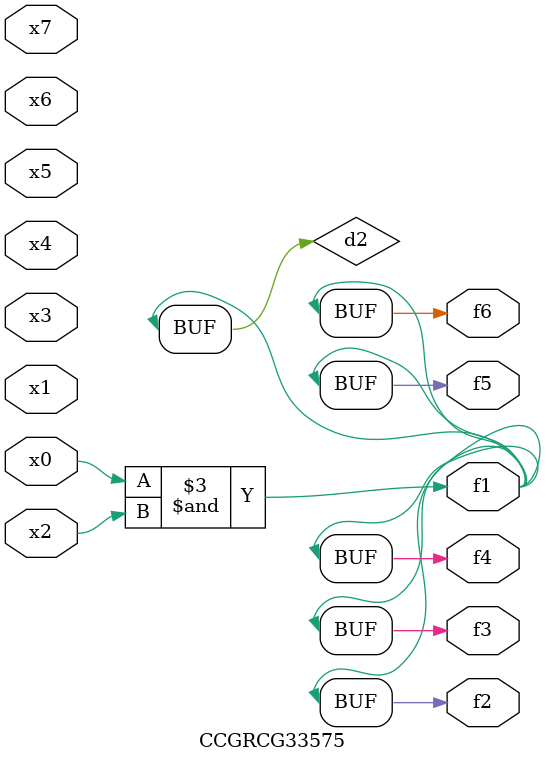
<source format=v>
module CCGRCG33575(
	input x0, x1, x2, x3, x4, x5, x6, x7,
	output f1, f2, f3, f4, f5, f6
);

	wire d1, d2;

	nor (d1, x3, x6);
	and (d2, x0, x2);
	assign f1 = d2;
	assign f2 = d2;
	assign f3 = d2;
	assign f4 = d2;
	assign f5 = d2;
	assign f6 = d2;
endmodule

</source>
